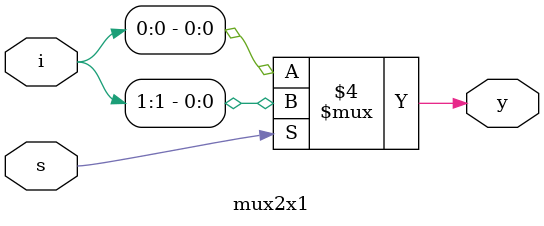
<source format=v>
module mux2x1(i,s,y);

input [1:0]i;
input s;
output reg y;
always @(i,s)
begin
  if(s==0)
  y=i[0];
  else
  y=i[1];
end
endmodule
</source>
